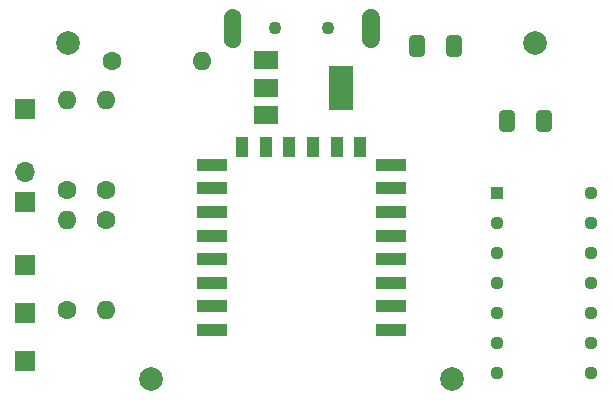
<source format=gbr>
%TF.GenerationSoftware,KiCad,Pcbnew,(6.0.5)*%
%TF.CreationDate,2022-11-09T18:14:35+05:30*%
%TF.ProjectId,USBNightLightV1,5553424e-6967-4687-944c-696768745631,rev?*%
%TF.SameCoordinates,Original*%
%TF.FileFunction,Soldermask,Bot*%
%TF.FilePolarity,Negative*%
%FSLAX46Y46*%
G04 Gerber Fmt 4.6, Leading zero omitted, Abs format (unit mm)*
G04 Created by KiCad (PCBNEW (6.0.5)) date 2022-11-09 18:14:35*
%MOMM*%
%LPD*%
G01*
G04 APERTURE LIST*
G04 Aperture macros list*
%AMRoundRect*
0 Rectangle with rounded corners*
0 $1 Rounding radius*
0 $2 $3 $4 $5 $6 $7 $8 $9 X,Y pos of 4 corners*
0 Add a 4 corners polygon primitive as box body*
4,1,4,$2,$3,$4,$5,$6,$7,$8,$9,$2,$3,0*
0 Add four circle primitives for the rounded corners*
1,1,$1+$1,$2,$3*
1,1,$1+$1,$4,$5*
1,1,$1+$1,$6,$7*
1,1,$1+$1,$8,$9*
0 Add four rect primitives between the rounded corners*
20,1,$1+$1,$2,$3,$4,$5,0*
20,1,$1+$1,$4,$5,$6,$7,0*
20,1,$1+$1,$6,$7,$8,$9,0*
20,1,$1+$1,$8,$9,$2,$3,0*%
G04 Aperture macros list end*
%ADD10C,0.001000*%
%ADD11RoundRect,0.250000X0.412500X0.650000X-0.412500X0.650000X-0.412500X-0.650000X0.412500X-0.650000X0*%
%ADD12C,2.000000*%
%ADD13R,1.700000X1.700000*%
%ADD14O,1.700000X1.700000*%
%ADD15C,1.600000*%
%ADD16O,1.600000X1.600000*%
%ADD17R,1.130000X1.130000*%
%ADD18C,1.130000*%
%ADD19C,1.100000*%
%ADD20C,0.700000*%
%ADD21R,2.000000X1.500000*%
%ADD22R,2.000000X3.800000*%
%ADD23R,2.500000X1.000000*%
%ADD24R,1.000000X1.800000*%
G04 APERTURE END LIST*
%TO.C,J1*%
G36*
X137756025Y-68797100D02*
G01*
X137792025Y-68800100D01*
X137829025Y-68805100D01*
X137865025Y-68811100D01*
X137900025Y-68820100D01*
X137935025Y-68830100D01*
X137970025Y-68842100D01*
X138004025Y-68857100D01*
X138037025Y-68872100D01*
X138069025Y-68890100D01*
X138100025Y-68909100D01*
X138130025Y-68930100D01*
X138160025Y-68952100D01*
X138187025Y-68976100D01*
X138214025Y-69001100D01*
X138239025Y-69028100D01*
X138263025Y-69055100D01*
X138285025Y-69085100D01*
X138306025Y-69115100D01*
X138325025Y-69146100D01*
X138343025Y-69178100D01*
X138358025Y-69211100D01*
X138373025Y-69245100D01*
X138385025Y-69280100D01*
X138395025Y-69315100D01*
X138404025Y-69350100D01*
X138410025Y-69386100D01*
X138415025Y-69423100D01*
X138418025Y-69459100D01*
X138419025Y-69496100D01*
X138419025Y-71296100D01*
X138418025Y-71333100D01*
X138415025Y-71369100D01*
X138410025Y-71406100D01*
X138404025Y-71442100D01*
X138395025Y-71477100D01*
X138385025Y-71512100D01*
X138373025Y-71547100D01*
X138358025Y-71581100D01*
X138343025Y-71614100D01*
X138325025Y-71646100D01*
X138306025Y-71677100D01*
X138285025Y-71707100D01*
X138263025Y-71737100D01*
X138239025Y-71764100D01*
X138214025Y-71791100D01*
X138187025Y-71816100D01*
X138160025Y-71840100D01*
X138130025Y-71862100D01*
X138100025Y-71883100D01*
X138069025Y-71902100D01*
X138037025Y-71920100D01*
X138004025Y-71935100D01*
X137970025Y-71950100D01*
X137935025Y-71962100D01*
X137900025Y-71972100D01*
X137865025Y-71981100D01*
X137829025Y-71987100D01*
X137792025Y-71992100D01*
X137756025Y-71995100D01*
X137719025Y-71996100D01*
X137682025Y-71995100D01*
X137646025Y-71992100D01*
X137609025Y-71987100D01*
X137573025Y-71981100D01*
X137538025Y-71972100D01*
X137503025Y-71962100D01*
X137468025Y-71950100D01*
X137434025Y-71935100D01*
X137401025Y-71920100D01*
X137369025Y-71902100D01*
X137338025Y-71883100D01*
X137308025Y-71862100D01*
X137278025Y-71840100D01*
X137251025Y-71816100D01*
X137224025Y-71791100D01*
X137199025Y-71764100D01*
X137175025Y-71737100D01*
X137153025Y-71707100D01*
X137132025Y-71677100D01*
X137113025Y-71646100D01*
X137095025Y-71614100D01*
X137080025Y-71581100D01*
X137065025Y-71547100D01*
X137053025Y-71512100D01*
X137043025Y-71477100D01*
X137034025Y-71442100D01*
X137028025Y-71406100D01*
X137023025Y-71369100D01*
X137020025Y-71333100D01*
X137019025Y-71296100D01*
X137019025Y-69496100D01*
X137020025Y-69459100D01*
X137023025Y-69423100D01*
X137028025Y-69386100D01*
X137034025Y-69350100D01*
X137043025Y-69315100D01*
X137053025Y-69280100D01*
X137065025Y-69245100D01*
X137080025Y-69211100D01*
X137095025Y-69178100D01*
X137113025Y-69146100D01*
X137132025Y-69115100D01*
X137153025Y-69085100D01*
X137175025Y-69055100D01*
X137199025Y-69028100D01*
X137224025Y-69001100D01*
X137251025Y-68976100D01*
X137278025Y-68952100D01*
X137308025Y-68930100D01*
X137338025Y-68909100D01*
X137369025Y-68890100D01*
X137401025Y-68872100D01*
X137434025Y-68857100D01*
X137468025Y-68842100D01*
X137503025Y-68830100D01*
X137538025Y-68820100D01*
X137573025Y-68811100D01*
X137609025Y-68805100D01*
X137646025Y-68800100D01*
X137682025Y-68797100D01*
X137719025Y-68796100D01*
X137756025Y-68797100D01*
G37*
D10*
X137756025Y-68797100D02*
X137792025Y-68800100D01*
X137829025Y-68805100D01*
X137865025Y-68811100D01*
X137900025Y-68820100D01*
X137935025Y-68830100D01*
X137970025Y-68842100D01*
X138004025Y-68857100D01*
X138037025Y-68872100D01*
X138069025Y-68890100D01*
X138100025Y-68909100D01*
X138130025Y-68930100D01*
X138160025Y-68952100D01*
X138187025Y-68976100D01*
X138214025Y-69001100D01*
X138239025Y-69028100D01*
X138263025Y-69055100D01*
X138285025Y-69085100D01*
X138306025Y-69115100D01*
X138325025Y-69146100D01*
X138343025Y-69178100D01*
X138358025Y-69211100D01*
X138373025Y-69245100D01*
X138385025Y-69280100D01*
X138395025Y-69315100D01*
X138404025Y-69350100D01*
X138410025Y-69386100D01*
X138415025Y-69423100D01*
X138418025Y-69459100D01*
X138419025Y-69496100D01*
X138419025Y-71296100D01*
X138418025Y-71333100D01*
X138415025Y-71369100D01*
X138410025Y-71406100D01*
X138404025Y-71442100D01*
X138395025Y-71477100D01*
X138385025Y-71512100D01*
X138373025Y-71547100D01*
X138358025Y-71581100D01*
X138343025Y-71614100D01*
X138325025Y-71646100D01*
X138306025Y-71677100D01*
X138285025Y-71707100D01*
X138263025Y-71737100D01*
X138239025Y-71764100D01*
X138214025Y-71791100D01*
X138187025Y-71816100D01*
X138160025Y-71840100D01*
X138130025Y-71862100D01*
X138100025Y-71883100D01*
X138069025Y-71902100D01*
X138037025Y-71920100D01*
X138004025Y-71935100D01*
X137970025Y-71950100D01*
X137935025Y-71962100D01*
X137900025Y-71972100D01*
X137865025Y-71981100D01*
X137829025Y-71987100D01*
X137792025Y-71992100D01*
X137756025Y-71995100D01*
X137719025Y-71996100D01*
X137682025Y-71995100D01*
X137646025Y-71992100D01*
X137609025Y-71987100D01*
X137573025Y-71981100D01*
X137538025Y-71972100D01*
X137503025Y-71962100D01*
X137468025Y-71950100D01*
X137434025Y-71935100D01*
X137401025Y-71920100D01*
X137369025Y-71902100D01*
X137338025Y-71883100D01*
X137308025Y-71862100D01*
X137278025Y-71840100D01*
X137251025Y-71816100D01*
X137224025Y-71791100D01*
X137199025Y-71764100D01*
X137175025Y-71737100D01*
X137153025Y-71707100D01*
X137132025Y-71677100D01*
X137113025Y-71646100D01*
X137095025Y-71614100D01*
X137080025Y-71581100D01*
X137065025Y-71547100D01*
X137053025Y-71512100D01*
X137043025Y-71477100D01*
X137034025Y-71442100D01*
X137028025Y-71406100D01*
X137023025Y-71369100D01*
X137020025Y-71333100D01*
X137019025Y-71296100D01*
X137019025Y-69496100D01*
X137020025Y-69459100D01*
X137023025Y-69423100D01*
X137028025Y-69386100D01*
X137034025Y-69350100D01*
X137043025Y-69315100D01*
X137053025Y-69280100D01*
X137065025Y-69245100D01*
X137080025Y-69211100D01*
X137095025Y-69178100D01*
X137113025Y-69146100D01*
X137132025Y-69115100D01*
X137153025Y-69085100D01*
X137175025Y-69055100D01*
X137199025Y-69028100D01*
X137224025Y-69001100D01*
X137251025Y-68976100D01*
X137278025Y-68952100D01*
X137308025Y-68930100D01*
X137338025Y-68909100D01*
X137369025Y-68890100D01*
X137401025Y-68872100D01*
X137434025Y-68857100D01*
X137468025Y-68842100D01*
X137503025Y-68830100D01*
X137538025Y-68820100D01*
X137573025Y-68811100D01*
X137609025Y-68805100D01*
X137646025Y-68800100D01*
X137682025Y-68797100D01*
X137719025Y-68796100D01*
X137756025Y-68797100D01*
G36*
X149456025Y-68797100D02*
G01*
X149492025Y-68800100D01*
X149529025Y-68805100D01*
X149565025Y-68811100D01*
X149600025Y-68820100D01*
X149635025Y-68830100D01*
X149670025Y-68842100D01*
X149704025Y-68857100D01*
X149737025Y-68872100D01*
X149769025Y-68890100D01*
X149800025Y-68909100D01*
X149830025Y-68930100D01*
X149860025Y-68952100D01*
X149887025Y-68976100D01*
X149914025Y-69001100D01*
X149939025Y-69028100D01*
X149963025Y-69055100D01*
X149985025Y-69085100D01*
X150006025Y-69115100D01*
X150025025Y-69146100D01*
X150043025Y-69178100D01*
X150058025Y-69211100D01*
X150073025Y-69245100D01*
X150085025Y-69280100D01*
X150095025Y-69315100D01*
X150104025Y-69350100D01*
X150110025Y-69386100D01*
X150115025Y-69423100D01*
X150118025Y-69459100D01*
X150119025Y-69496100D01*
X150119025Y-71296100D01*
X150118025Y-71333100D01*
X150115025Y-71369100D01*
X150110025Y-71406100D01*
X150104025Y-71442100D01*
X150095025Y-71477100D01*
X150085025Y-71512100D01*
X150073025Y-71547100D01*
X150058025Y-71581100D01*
X150043025Y-71614100D01*
X150025025Y-71646100D01*
X150006025Y-71677100D01*
X149985025Y-71707100D01*
X149963025Y-71737100D01*
X149939025Y-71764100D01*
X149914025Y-71791100D01*
X149887025Y-71816100D01*
X149860025Y-71840100D01*
X149830025Y-71862100D01*
X149800025Y-71883100D01*
X149769025Y-71902100D01*
X149737025Y-71920100D01*
X149704025Y-71935100D01*
X149670025Y-71950100D01*
X149635025Y-71962100D01*
X149600025Y-71972100D01*
X149565025Y-71981100D01*
X149529025Y-71987100D01*
X149492025Y-71992100D01*
X149456025Y-71995100D01*
X149419025Y-71996100D01*
X149382025Y-71995100D01*
X149346025Y-71992100D01*
X149309025Y-71987100D01*
X149273025Y-71981100D01*
X149238025Y-71972100D01*
X149203025Y-71962100D01*
X149168025Y-71950100D01*
X149134025Y-71935100D01*
X149101025Y-71920100D01*
X149069025Y-71902100D01*
X149038025Y-71883100D01*
X149008025Y-71862100D01*
X148978025Y-71840100D01*
X148951025Y-71816100D01*
X148924025Y-71791100D01*
X148899025Y-71764100D01*
X148875025Y-71737100D01*
X148853025Y-71707100D01*
X148832025Y-71677100D01*
X148813025Y-71646100D01*
X148795025Y-71614100D01*
X148780025Y-71581100D01*
X148765025Y-71547100D01*
X148753025Y-71512100D01*
X148743025Y-71477100D01*
X148734025Y-71442100D01*
X148728025Y-71406100D01*
X148723025Y-71369100D01*
X148720025Y-71333100D01*
X148719025Y-71296100D01*
X148719025Y-69496100D01*
X148720025Y-69459100D01*
X148723025Y-69423100D01*
X148728025Y-69386100D01*
X148734025Y-69350100D01*
X148743025Y-69315100D01*
X148753025Y-69280100D01*
X148765025Y-69245100D01*
X148780025Y-69211100D01*
X148795025Y-69178100D01*
X148813025Y-69146100D01*
X148832025Y-69115100D01*
X148853025Y-69085100D01*
X148875025Y-69055100D01*
X148899025Y-69028100D01*
X148924025Y-69001100D01*
X148951025Y-68976100D01*
X148978025Y-68952100D01*
X149008025Y-68930100D01*
X149038025Y-68909100D01*
X149069025Y-68890100D01*
X149101025Y-68872100D01*
X149134025Y-68857100D01*
X149168025Y-68842100D01*
X149203025Y-68830100D01*
X149238025Y-68820100D01*
X149273025Y-68811100D01*
X149309025Y-68805100D01*
X149346025Y-68800100D01*
X149382025Y-68797100D01*
X149419025Y-68796100D01*
X149456025Y-68797100D01*
G37*
X149456025Y-68797100D02*
X149492025Y-68800100D01*
X149529025Y-68805100D01*
X149565025Y-68811100D01*
X149600025Y-68820100D01*
X149635025Y-68830100D01*
X149670025Y-68842100D01*
X149704025Y-68857100D01*
X149737025Y-68872100D01*
X149769025Y-68890100D01*
X149800025Y-68909100D01*
X149830025Y-68930100D01*
X149860025Y-68952100D01*
X149887025Y-68976100D01*
X149914025Y-69001100D01*
X149939025Y-69028100D01*
X149963025Y-69055100D01*
X149985025Y-69085100D01*
X150006025Y-69115100D01*
X150025025Y-69146100D01*
X150043025Y-69178100D01*
X150058025Y-69211100D01*
X150073025Y-69245100D01*
X150085025Y-69280100D01*
X150095025Y-69315100D01*
X150104025Y-69350100D01*
X150110025Y-69386100D01*
X150115025Y-69423100D01*
X150118025Y-69459100D01*
X150119025Y-69496100D01*
X150119025Y-71296100D01*
X150118025Y-71333100D01*
X150115025Y-71369100D01*
X150110025Y-71406100D01*
X150104025Y-71442100D01*
X150095025Y-71477100D01*
X150085025Y-71512100D01*
X150073025Y-71547100D01*
X150058025Y-71581100D01*
X150043025Y-71614100D01*
X150025025Y-71646100D01*
X150006025Y-71677100D01*
X149985025Y-71707100D01*
X149963025Y-71737100D01*
X149939025Y-71764100D01*
X149914025Y-71791100D01*
X149887025Y-71816100D01*
X149860025Y-71840100D01*
X149830025Y-71862100D01*
X149800025Y-71883100D01*
X149769025Y-71902100D01*
X149737025Y-71920100D01*
X149704025Y-71935100D01*
X149670025Y-71950100D01*
X149635025Y-71962100D01*
X149600025Y-71972100D01*
X149565025Y-71981100D01*
X149529025Y-71987100D01*
X149492025Y-71992100D01*
X149456025Y-71995100D01*
X149419025Y-71996100D01*
X149382025Y-71995100D01*
X149346025Y-71992100D01*
X149309025Y-71987100D01*
X149273025Y-71981100D01*
X149238025Y-71972100D01*
X149203025Y-71962100D01*
X149168025Y-71950100D01*
X149134025Y-71935100D01*
X149101025Y-71920100D01*
X149069025Y-71902100D01*
X149038025Y-71883100D01*
X149008025Y-71862100D01*
X148978025Y-71840100D01*
X148951025Y-71816100D01*
X148924025Y-71791100D01*
X148899025Y-71764100D01*
X148875025Y-71737100D01*
X148853025Y-71707100D01*
X148832025Y-71677100D01*
X148813025Y-71646100D01*
X148795025Y-71614100D01*
X148780025Y-71581100D01*
X148765025Y-71547100D01*
X148753025Y-71512100D01*
X148743025Y-71477100D01*
X148734025Y-71442100D01*
X148728025Y-71406100D01*
X148723025Y-71369100D01*
X148720025Y-71333100D01*
X148719025Y-71296100D01*
X148719025Y-69496100D01*
X148720025Y-69459100D01*
X148723025Y-69423100D01*
X148728025Y-69386100D01*
X148734025Y-69350100D01*
X148743025Y-69315100D01*
X148753025Y-69280100D01*
X148765025Y-69245100D01*
X148780025Y-69211100D01*
X148795025Y-69178100D01*
X148813025Y-69146100D01*
X148832025Y-69115100D01*
X148853025Y-69085100D01*
X148875025Y-69055100D01*
X148899025Y-69028100D01*
X148924025Y-69001100D01*
X148951025Y-68976100D01*
X148978025Y-68952100D01*
X149008025Y-68930100D01*
X149038025Y-68909100D01*
X149069025Y-68890100D01*
X149101025Y-68872100D01*
X149134025Y-68857100D01*
X149168025Y-68842100D01*
X149203025Y-68830100D01*
X149238025Y-68820100D01*
X149273025Y-68811100D01*
X149309025Y-68805100D01*
X149346025Y-68800100D01*
X149382025Y-68797100D01*
X149419025Y-68796100D01*
X149456025Y-68797100D01*
%TD*%
D11*
%TO.C,C2*%
X156502500Y-71882000D03*
X153377500Y-71882000D03*
%TD*%
%TO.C,C1*%
X164122500Y-78232000D03*
X160997500Y-78232000D03*
%TD*%
D12*
%TO.C,REF\u002A\u002A*%
X123816000Y-71628000D03*
%TD*%
D13*
%TO.C,J5*%
X120142000Y-85095000D03*
D14*
X120142000Y-82555000D03*
%TD*%
D12*
%TO.C,REF\u002A\u002A*%
X163322000Y-71628000D03*
%TD*%
D15*
%TO.C,R3*%
X127000000Y-84074000D03*
D16*
X127000000Y-76454000D03*
%TD*%
D13*
%TO.C,J4*%
X120142000Y-94488000D03*
%TD*%
D17*
%TO.C,IC1*%
X160114000Y-84328000D03*
D18*
X160114000Y-86868000D03*
X160114000Y-89408000D03*
X160114000Y-91948000D03*
X160114000Y-94488000D03*
X160114000Y-97028000D03*
X160114000Y-99568000D03*
X168054000Y-99568000D03*
X168054000Y-97028000D03*
X168054000Y-94488000D03*
X168054000Y-91948000D03*
X168054000Y-89408000D03*
X168054000Y-86868000D03*
X168054000Y-84328000D03*
%TD*%
D13*
%TO.C,J3*%
X120142000Y-90424000D03*
%TD*%
D15*
%TO.C,R4*%
X123698000Y-94234000D03*
D16*
X123698000Y-86614000D03*
%TD*%
D13*
%TO.C,J2*%
X120142000Y-77216000D03*
%TD*%
D15*
%TO.C,R2*%
X123698000Y-84074000D03*
D16*
X123698000Y-76454000D03*
%TD*%
D15*
%TO.C,R5*%
X127508000Y-73152000D03*
D16*
X135128000Y-73152000D03*
%TD*%
D19*
%TO.C,J1*%
X145819025Y-70396100D03*
X141319025Y-70396100D03*
D20*
X137719025Y-70396100D03*
X149419025Y-70396100D03*
%TD*%
D12*
%TO.C,REF\u002A\u002A*%
X130819000Y-100076000D03*
%TD*%
%TO.C,REF\u002A\u002A*%
X156319000Y-100076000D03*
%TD*%
D13*
%TO.C,J6*%
X120142000Y-98552000D03*
%TD*%
D15*
%TO.C,R1*%
X127000000Y-86614000D03*
D16*
X127000000Y-94234000D03*
%TD*%
D21*
%TO.C,U2*%
X140614000Y-77738000D03*
X140614000Y-75438000D03*
D22*
X146914000Y-75438000D03*
D21*
X140614000Y-73138000D03*
%TD*%
D23*
%TO.C,U1*%
X135969000Y-95963000D03*
X135969000Y-93963000D03*
X135969000Y-91963000D03*
X135969000Y-89963000D03*
X135969000Y-87963000D03*
X135969000Y-85963000D03*
X135969000Y-83963000D03*
X135969000Y-81963000D03*
D24*
X138569000Y-80463000D03*
X140569000Y-80463000D03*
X142569000Y-80463000D03*
X144569000Y-80463000D03*
X146569000Y-80463000D03*
X148569000Y-80463000D03*
D23*
X151169000Y-81963000D03*
X151169000Y-83963000D03*
X151169000Y-85963000D03*
X151169000Y-87963000D03*
X151169000Y-89963000D03*
X151169000Y-91963000D03*
X151169000Y-93963000D03*
X151169000Y-95963000D03*
%TD*%
M02*

</source>
